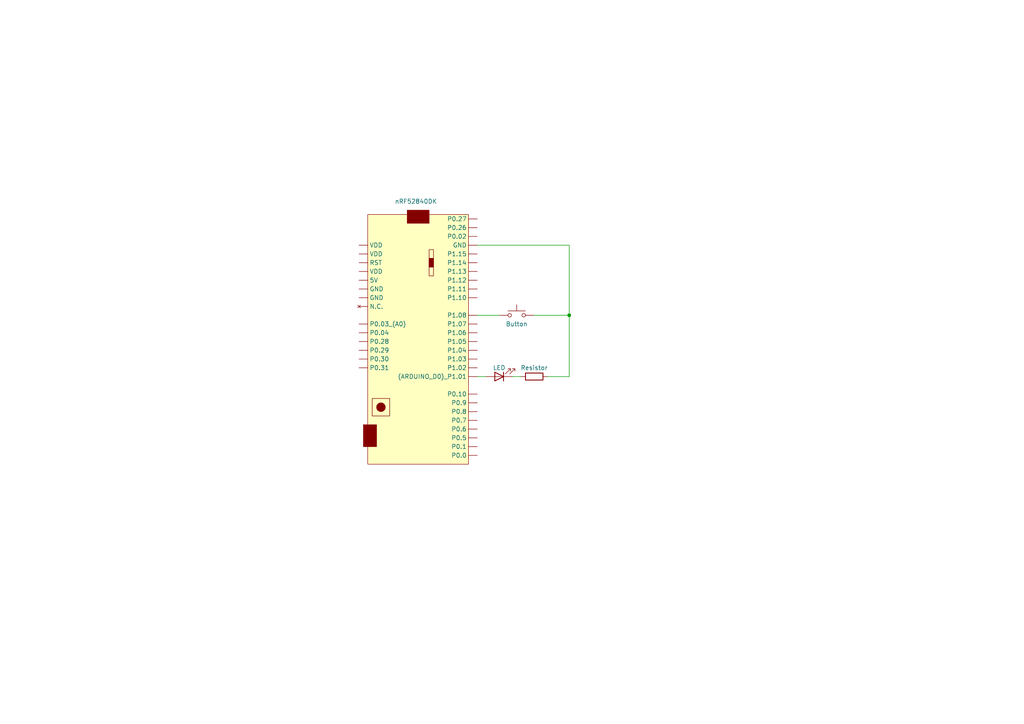
<source format=kicad_sch>
(kicad_sch (version 20211123) (generator eeschema)
  (paper "A4")
  (lib_symbols
    (symbol "Device:LED" (pin_numbers hide) (pin_names (offset 1.016) hide)
      (property "Reference" "D" (at 0 2.54 0))
      (property "Value" "LED" (at 0 -2.54 0))
      (symbol "LED_0_1"
        (polyline (pts (xy -1.27 -1.27) (xy -1.27 1.27)) (stroke (width 0.254)))
        (polyline (pts (xy -1.27 0) (xy 1.27 0)))
        (polyline (pts (xy 1.27 -1.27) (xy 1.27 1.27) (xy -1.27 0) (xy 1.27 -1.27)) (stroke (width 0.254)))
        (polyline (pts (xy -3.048 -0.762) (xy -4.572 -2.286) (xy -3.81 -2.286) (xy -4.572 -2.286) (xy -4.572 -1.524)))
        (polyline (pts (xy -1.778 -0.762) (xy -3.302 -2.286) (xy -2.54 -2.286) (xy -3.302 -2.286) (xy -3.302 -1.524)))
      )
      (symbol "LED_1_1"
        (pin passive line (at -3.81 0 0) (length 2.54) (name "K") (number "1"))
        (pin passive line (at 3.81 0 180) (length 2.54) (name "A") (number "2"))
      )
    )
    (symbol "Device:R" (pin_numbers hide) (pin_names (offset 0))
      (property "Reference" "R" (at 2.032 0 90))
      (property "Value" "R" (at 0 0 90))
      (symbol "R_0_1"
        (rectangle (start -1.016 -2.54) (end 1.016 2.54) (stroke (width 0.254)))
      )
      (symbol "R_1_1"
        (pin passive line (at 0 3.81 270) (length 1.27) (name "~") (number "1"))
        (pin passive line (at 0 -3.81 90) (length 1.27) (name "~") (number "2"))
      )
    )
    (symbol "Switch:SW_MEC_5G" (pin_numbers hide) (pin_names (offset 1.016) hide)
      (property "Reference" "SW" (at 1.27 2.54 0))
      (property "Value" "SW_MEC_5G" (at 0 -1.524 0))
      (symbol "SW_MEC_5G_0_1"
        (circle (center -2.032 0) (radius 0.508))
        (polyline (pts (xy 0 1.27) (xy 0 3.048)))
        (polyline (pts (xy 2.54 1.27) (xy -2.54 1.27)))
        (circle (center 2.032 0) (radius 0.508))
        (pin passive line (at -5.08 0 0) (length 2.54) (name "A") (number "1"))
        (pin passive line (at 5.08 0 180) (length 2.54) (name "B") (number "3"))
      )
      (symbol "SW_MEC_5G_1_1"
        (pin passive line (at -5.08 0 0) (length 2.54) hide (name "A") (number "2"))
        (pin passive line (at 5.08 0 180) (length 2.54) hide (name "B") (number "4"))
      )
    )
    (symbol "nRF52840DK:nRF52840DK"
      (property "Reference" "U" (at 13.97 5.08 0))
      (property "Value" "nRF52840DK" (at 15.24 2.54 0))
      (symbol "nRF52840DK_0_1"
        (rectangle (start -1.27 -67.31) (end 2.54 -60.96) (fill (type outline)))
        (rectangle (start 0 0) (end 29.21 -72.39) (fill (type background)))
        (rectangle (start 1.27 -53.34) (end 6.35 -58.42) (fill (type background)))
        (circle (center 3.81 -55.88) (radius 1.27) (fill (type outline)))
        (rectangle (start 11.43 1.27) (end 17.78 -2.54) (fill (type outline)))
        (rectangle (start 17.78 -12.7) (end 19.05 -15.24) (fill (type outline)))
        (rectangle (start 17.78 -10.16) (end 19.05 -17.78) (fill (type background)))
      )
      (symbol "nRF52840DK_1_1"
        (pin bidirectional line (at 31.75 -46.99 180) (length 2.54) (name "(ARDUINO_D0)_P1.01") (number ""))
        (pin power_in line (at -2.54 -19.05 0) (length 2.54) (name "5V") (number ""))
        (pin power_in line (at -2.54 -24.13 0) (length 2.54) (name "GND") (number ""))
        (pin power_in line (at -2.54 -21.59 0) (length 2.54) (name "GND") (number ""))
        (pin power_in line (at 31.75 -8.89 180) (length 2.54) (name "GND") (number ""))
        (pin no_connect line (at -2.54 -26.67 0) (length 2.54) (name "N.C.") (number ""))
        (pin bidirectional line (at 31.75 -69.85 180) (length 2.54) (name "P0.0") (number ""))
        (pin bidirectional line (at 31.75 -6.35 180) (length 2.54) (name "P0.02") (number ""))
        (pin bidirectional line (at -2.54 -31.75 0) (length 2.54) (name "P0.03_(A0)") (number ""))
        (pin bidirectional line (at -2.54 -34.29 0) (length 2.54) (name "P0.04") (number ""))
        (pin bidirectional line (at 31.75 -67.31 180) (length 2.54) (name "P0.1") (number ""))
        (pin bidirectional line (at 31.75 -52.07 180) (length 2.54) (name "P0.10") (number ""))
        (pin bidirectional line (at 31.75 -3.81 180) (length 2.54) (name "P0.26") (number ""))
        (pin bidirectional line (at 31.75 -1.27 180) (length 2.54) (name "P0.27") (number ""))
        (pin bidirectional line (at -2.54 -36.83 0) (length 2.54) (name "P0.28") (number ""))
        (pin bidirectional line (at -2.54 -39.37 0) (length 2.54) (name "P0.29") (number ""))
        (pin bidirectional line (at -2.54 -41.91 0) (length 2.54) (name "P0.30") (number ""))
        (pin bidirectional line (at -2.54 -44.45 0) (length 2.54) (name "P0.31") (number ""))
        (pin bidirectional line (at 31.75 -64.77 180) (length 2.54) (name "P0.5") (number ""))
        (pin bidirectional line (at 31.75 -62.23 180) (length 2.54) (name "P0.6") (number ""))
        (pin bidirectional line (at 31.75 -59.69 180) (length 2.54) (name "P0.7") (number ""))
        (pin bidirectional line (at 31.75 -57.15 180) (length 2.54) (name "P0.8") (number ""))
        (pin bidirectional line (at 31.75 -54.61 180) (length 2.54) (name "P0.9") (number ""))
        (pin bidirectional line (at 31.75 -44.45 180) (length 2.54) (name "P1.02") (number ""))
        (pin bidirectional line (at 31.75 -41.91 180) (length 2.54) (name "P1.03") (number ""))
        (pin bidirectional line (at 31.75 -39.37 180) (length 2.54) (name "P1.04") (number ""))
        (pin bidirectional line (at 31.75 -36.83 180) (length 2.54) (name "P1.05") (number ""))
        (pin bidirectional line (at 31.75 -34.29 180) (length 2.54) (name "P1.06") (number ""))
        (pin bidirectional line (at 31.75 -31.75 180) (length 2.54) (name "P1.07") (number ""))
        (pin bidirectional line (at 31.75 -29.21 180) (length 2.54) (name "P1.08") (number ""))
        (pin bidirectional line (at 31.75 -24.13 180) (length 2.54) (name "P1.10") (number ""))
        (pin bidirectional line (at 31.75 -21.59 180) (length 2.54) (name "P1.11") (number ""))
        (pin bidirectional line (at 31.75 -19.05 180) (length 2.54) (name "P1.12") (number ""))
        (pin bidirectional line (at 31.75 -16.51 180) (length 2.54) (name "P1.13") (number ""))
        (pin bidirectional line (at 31.75 -13.97 180) (length 2.54) (name "P1.14") (number ""))
        (pin bidirectional line (at 31.75 -11.43 180) (length 2.54) (name "P1.15") (number ""))
        (pin input line (at -2.54 -13.97 0) (length 2.54) (name "RST") (number ""))
        (pin power_in line (at -2.54 -16.51 0) (length 2.54) (name "VDD") (number ""))
        (pin power_in line (at -2.54 -11.43 0) (length 2.54) (name "VDD") (number ""))
        (pin power_in line (at -2.54 -8.89 0) (length 2.54) (name "VDD") (number ""))
      )
    )
  )
  (junction (at 165.1 91.44))
  (wire (pts (xy 138.43 109.22) (xy 140.97 109.22)))
  (wire (pts (xy 165.1 109.22) (xy 165.1 91.44)))
  (wire (pts (xy 138.43 91.44) (xy 144.78 91.44)))
  (wire (pts (xy 151.13 109.22) (xy 148.59 109.22)))
  (wire (pts (xy 154.94 91.44) (xy 165.1 91.44)))
  (wire (pts (xy 158.75 109.22) (xy 165.1 109.22)))
  (wire (pts (xy 165.1 91.44) (xy 165.1 71.12)))
  (wire (pts (xy 165.1 71.12) (xy 138.43 71.12)))
  (symbol (lib_id "Switch:SW_MEC_5G") (at 149.86 91.44 0) (unit 1)
    (property "Reference" "SW?" (effects hide))
    (property "Value" "Button" (at 149.86 93.98 0))
    (property "Datasheet" "http://www.apem.com/int/index.php?controller=attachment&id_attachment=488" (effects hide))
  )
  (symbol (lib_id "nRF52840DK:nRF52840DK") (at 106.68 62.23 0) (unit 1)
    (property "Reference" "U?" (effects hide))
    (property "Value" "nRF52840DK" (at 120.65 58.42 0))
  )
  (symbol (lib_id "Device:LED") (at 144.78 109.22 180) (unit 1)
    (property "Reference" "D?" (effects hide))
    (property "Value" "LED" (at 144.78 106.68 0))
  )
  (symbol (lib_id "Device:R") (at 154.94 109.22 90) (unit 1)
    (property "Reference" "R?" (effects hide))
    (property "Value" "Resistor" (at 154.94 106.68 90))
  )
)
</source>
